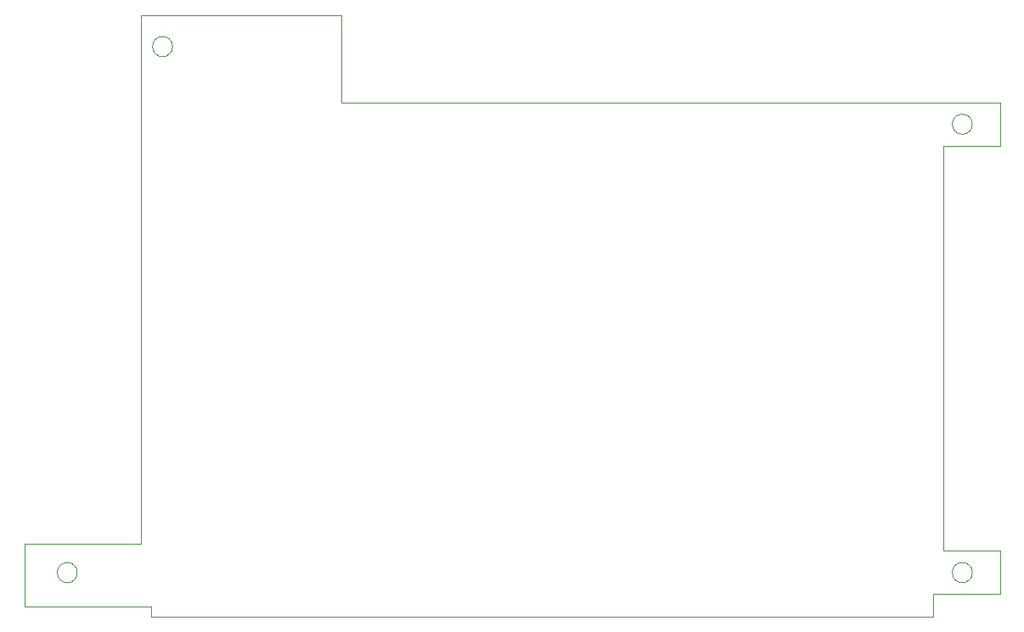
<source format=gbr>
%TF.GenerationSoftware,KiCad,Pcbnew,7.0.11-7.0.11~ubuntu22.04.1*%
%TF.CreationDate,2024-07-10T21:13:57-03:00*%
%TF.ProjectId,GG_LCD_DIY,47475f4c-4344-45f4-9449-592e6b696361,rev?*%
%TF.SameCoordinates,Original*%
%TF.FileFunction,Profile,NP*%
%FSLAX46Y46*%
G04 Gerber Fmt 4.6, Leading zero omitted, Abs format (unit mm)*
G04 Created by KiCad (PCBNEW 7.0.11-7.0.11~ubuntu22.04.1) date 2024-07-10 21:13:57*
%MOMM*%
%LPD*%
G01*
G04 APERTURE LIST*
%TA.AperFunction,Profile*%
%ADD10C,0.050000*%
%TD*%
G04 APERTURE END LIST*
D10*
X193650000Y-111700000D02*
X193650000Y-107400000D01*
X109000000Y-113000000D02*
X109000000Y-114000000D01*
X190900000Y-109600000D02*
G75*
G03*
X188900000Y-109600000I-1000000J0D01*
G01*
X188900000Y-109600000D02*
G75*
G03*
X190900000Y-109600000I1000000J0D01*
G01*
X128000000Y-54000000D02*
X128000000Y-62700000D01*
X101650000Y-109600000D02*
G75*
G03*
X99650000Y-109600000I-1000000J0D01*
G01*
X99650000Y-109600000D02*
G75*
G03*
X101650000Y-109600000I1000000J0D01*
G01*
X108000000Y-54000000D02*
X128000000Y-54000000D01*
X188000000Y-107400000D02*
X188000000Y-67000000D01*
X190900000Y-64850000D02*
G75*
G03*
X188900000Y-64850000I-1000000J0D01*
G01*
X188900000Y-64850000D02*
G75*
G03*
X190900000Y-64850000I1000000J0D01*
G01*
X109000000Y-114000000D02*
X187000000Y-114000000D01*
X187000000Y-111700000D02*
X193650000Y-111700000D01*
X188000000Y-67000000D02*
X193650000Y-67000000D01*
X193650000Y-107400000D02*
X188000000Y-107400000D01*
X96400000Y-106700000D02*
X96400000Y-113000000D01*
X187000000Y-111700000D02*
X187000000Y-114000000D01*
X96400000Y-113000000D02*
X109000000Y-113000000D01*
X111150000Y-57100000D02*
G75*
G03*
X109150000Y-57100000I-1000000J0D01*
G01*
X109150000Y-57100000D02*
G75*
G03*
X111150000Y-57100000I1000000J0D01*
G01*
X128000000Y-62700000D02*
X193650000Y-62700000D01*
X108000000Y-106700000D02*
X108000000Y-60000000D01*
X108000000Y-60000000D02*
X108000000Y-54000000D01*
X108000000Y-106700000D02*
X96400000Y-106700000D01*
X193650000Y-67000000D02*
X193650000Y-62700000D01*
M02*

</source>
